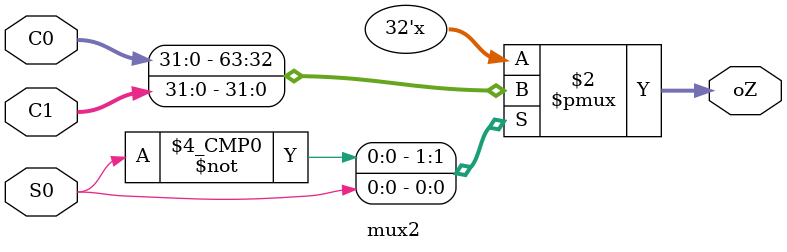
<source format=v>
`timescale 1ns / 1ns

module mux2(
    input [31:0] C0,
    input [31:0] C1,
    input S0,
    output reg [31:0] oZ
    );

    always @ (C0 or C1 or S0) begin
        case(S0)
            1'b0: oZ <= C0;
            1'b1: oZ <= C1;
        endcase
   end
   
endmodule
</source>
